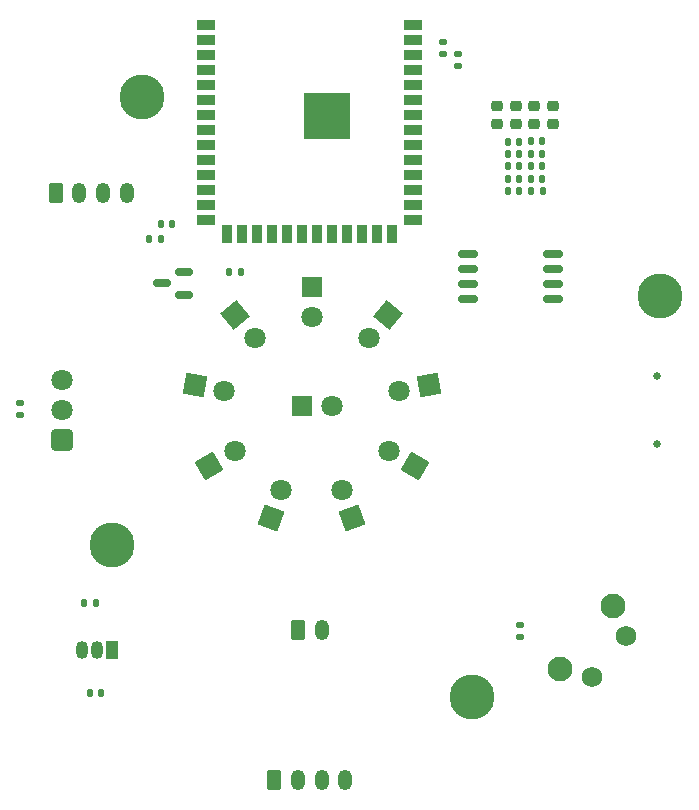
<source format=gbr>
%TF.GenerationSoftware,KiCad,Pcbnew,9.0.2*%
%TF.CreationDate,2025-06-14T23:39:35+05:30*%
%TF.ProjectId,ir hub,69722068-7562-42e6-9b69-6361645f7063,rev?*%
%TF.SameCoordinates,Original*%
%TF.FileFunction,Soldermask,Bot*%
%TF.FilePolarity,Negative*%
%FSLAX46Y46*%
G04 Gerber Fmt 4.6, Leading zero omitted, Abs format (unit mm)*
G04 Created by KiCad (PCBNEW 9.0.2) date 2025-06-14 23:39:35*
%MOMM*%
%LPD*%
G01*
G04 APERTURE LIST*
G04 Aperture macros list*
%AMRoundRect*
0 Rectangle with rounded corners*
0 $1 Rounding radius*
0 $2 $3 $4 $5 $6 $7 $8 $9 X,Y pos of 4 corners*
0 Add a 4 corners polygon primitive as box body*
4,1,4,$2,$3,$4,$5,$6,$7,$8,$9,$2,$3,0*
0 Add four circle primitives for the rounded corners*
1,1,$1+$1,$2,$3*
1,1,$1+$1,$4,$5*
1,1,$1+$1,$6,$7*
1,1,$1+$1,$8,$9*
0 Add four rect primitives between the rounded corners*
20,1,$1+$1,$2,$3,$4,$5,0*
20,1,$1+$1,$4,$5,$6,$7,0*
20,1,$1+$1,$6,$7,$8,$9,0*
20,1,$1+$1,$8,$9,$2,$3,0*%
%AMRotRect*
0 Rectangle, with rotation*
0 The origin of the aperture is its center*
0 $1 length*
0 $2 width*
0 $3 Rotation angle, in degrees counterclockwise*
0 Add horizontal line*
21,1,$1,$2,0,0,$3*%
G04 Aperture macros list end*
%ADD10RotRect,1.800000X1.800000X70.000000*%
%ADD11C,1.800000*%
%ADD12RotRect,1.800000X1.800000X150.000000*%
%ADD13R,1.800000X1.800000*%
%ADD14RoundRect,0.250000X-0.350000X-0.625000X0.350000X-0.625000X0.350000X0.625000X-0.350000X0.625000X0*%
%ADD15O,1.200000X1.750000*%
%ADD16C,3.800000*%
%ADD17RotRect,1.800000X1.800000X30.000000*%
%ADD18RotRect,1.800000X1.800000X110.000000*%
%ADD19RotRect,1.800000X1.800000X230.000000*%
%ADD20RotRect,1.800000X1.800000X310.000000*%
%ADD21C,2.100000*%
%ADD22C,1.750000*%
%ADD23RoundRect,0.250200X0.649800X-0.649800X0.649800X0.649800X-0.649800X0.649800X-0.649800X-0.649800X0*%
%ADD24C,0.650000*%
%ADD25RotRect,1.800000X1.800000X190.000000*%
%ADD26RotRect,1.800000X1.800000X350.000000*%
%ADD27R,1.050000X1.500000*%
%ADD28O,1.050000X1.500000*%
%ADD29RoundRect,0.135000X0.135000X0.185000X-0.135000X0.185000X-0.135000X-0.185000X0.135000X-0.185000X0*%
%ADD30RoundRect,0.135000X-0.135000X-0.185000X0.135000X-0.185000X0.135000X0.185000X-0.135000X0.185000X0*%
%ADD31RoundRect,0.140000X-0.140000X-0.170000X0.140000X-0.170000X0.140000X0.170000X-0.140000X0.170000X0*%
%ADD32RoundRect,0.150000X0.587500X0.150000X-0.587500X0.150000X-0.587500X-0.150000X0.587500X-0.150000X0*%
%ADD33RoundRect,0.225000X-0.250000X0.225000X-0.250000X-0.225000X0.250000X-0.225000X0.250000X0.225000X0*%
%ADD34RoundRect,0.135000X-0.185000X0.135000X-0.185000X-0.135000X0.185000X-0.135000X0.185000X0.135000X0*%
%ADD35RoundRect,0.140000X-0.170000X0.140000X-0.170000X-0.140000X0.170000X-0.140000X0.170000X0.140000X0*%
%ADD36RoundRect,0.225000X0.250000X-0.225000X0.250000X0.225000X-0.250000X0.225000X-0.250000X-0.225000X0*%
%ADD37R,1.500000X0.900000*%
%ADD38R,0.900000X1.500000*%
%ADD39C,0.600000*%
%ADD40R,3.900000X3.900000*%
%ADD41RoundRect,0.162500X0.650000X0.162500X-0.650000X0.162500X-0.650000X-0.162500X0.650000X-0.162500X0*%
%ADD42RoundRect,0.135000X0.185000X-0.135000X0.185000X0.135000X-0.185000X0.135000X-0.185000X-0.135000X0*%
G04 APERTURE END LIST*
D10*
%TO.C,D10*%
X150594500Y-94038800D03*
D11*
X151463231Y-91651981D03*
%TD*%
D12*
%TO.C,D12*%
X162754600Y-89612900D03*
D11*
X160554895Y-88342900D03*
%TD*%
D13*
%TO.C,D14*%
X153199600Y-84596000D03*
D11*
X155739600Y-84596000D03*
%TD*%
D14*
%TO.C,J2*%
X150879900Y-116271700D03*
D15*
X152879900Y-116271700D03*
X154879900Y-116271700D03*
X156879900Y-116271700D03*
%TD*%
D16*
%TO.C,*%
X183550650Y-75236419D03*
%TD*%
D17*
%TO.C,D9*%
X145319800Y-89612900D03*
D11*
X147519505Y-88342900D03*
%TD*%
D18*
%TO.C,D11*%
X157480000Y-94038800D03*
D11*
X156611269Y-91651981D03*
%TD*%
D16*
%TO.C,*%
X139700000Y-58420000D03*
%TD*%
%TO.C,*%
X137101413Y-96302615D03*
%TD*%
D19*
%TO.C,D5*%
X160507500Y-76868900D03*
D11*
X158874819Y-78814653D03*
%TD*%
D13*
%TO.C,D6*%
X154037200Y-74513900D03*
D11*
X154037200Y-77053900D03*
%TD*%
D20*
%TO.C,D7*%
X147566900Y-76868900D03*
D11*
X149199581Y-78814653D03*
%TD*%
D21*
%TO.C,SW1*%
X179530034Y-101476503D03*
X175024092Y-106846476D03*
D22*
X180634000Y-104034600D03*
X177741456Y-107481800D03*
%TD*%
D16*
%TO.C,REF\u002A\u002A*%
X167640000Y-109220000D03*
%TD*%
D23*
%TO.C,U1*%
X132904800Y-87471400D03*
D11*
X132904800Y-84931400D03*
X132904800Y-82391400D03*
%TD*%
D24*
%TO.C,J1*%
X183266299Y-87798401D03*
X183266299Y-82018400D03*
%TD*%
D25*
%TO.C,D13*%
X163950300Y-82831900D03*
D11*
X161448888Y-83272966D03*
%TD*%
D26*
%TO.C,D8*%
X144124200Y-82831900D03*
D11*
X146625612Y-83272966D03*
%TD*%
D27*
%TO.C,U2*%
X137160000Y-105193300D03*
D28*
X135890000Y-105193300D03*
X134620000Y-105193300D03*
%TD*%
D14*
%TO.C,J3*%
X132361300Y-66520500D03*
D15*
X134361301Y-66520499D03*
X136361299Y-66520501D03*
X138361300Y-66520500D03*
%TD*%
D29*
%TO.C,R8*%
X148081600Y-73270500D03*
X147061600Y-73270500D03*
%TD*%
D30*
%TO.C,R11*%
X140255900Y-70396100D03*
X141275900Y-70396100D03*
%TD*%
D31*
%TO.C,C9*%
X172618000Y-66367600D03*
X173578000Y-66367600D03*
%TD*%
%TO.C,C1*%
X135233700Y-108885800D03*
X136193700Y-108885800D03*
%TD*%
D32*
%TO.C,Q1*%
X143240400Y-73243900D03*
X143240400Y-75143900D03*
X141365400Y-74193900D03*
%TD*%
D33*
%TO.C,C20*%
X174462900Y-59182400D03*
X174462900Y-60732400D03*
%TD*%
D29*
%TO.C,R5*%
X135781300Y-101214300D03*
X134761300Y-101214300D03*
%TD*%
D34*
%TO.C,R10*%
X165179000Y-53754400D03*
X165179000Y-54774400D03*
%TD*%
D31*
%TO.C,C22*%
X141273000Y-69185200D03*
X142233000Y-69185200D03*
%TD*%
%TO.C,C21*%
X170655100Y-66366900D03*
X171615100Y-66366900D03*
%TD*%
%TO.C,C16*%
X170655100Y-63226500D03*
X171615100Y-63226500D03*
%TD*%
%TO.C,C11*%
X172609800Y-64271900D03*
X173569800Y-64271900D03*
%TD*%
D34*
%TO.C,R9*%
X171667600Y-103124800D03*
X171667600Y-104144800D03*
%TD*%
D31*
%TO.C,C13*%
X172613900Y-62176100D03*
X173573900Y-62176100D03*
%TD*%
%TO.C,C17*%
X170650700Y-64276200D03*
X171610700Y-64276200D03*
%TD*%
%TO.C,C15*%
X170650700Y-62181200D03*
X171610700Y-62181200D03*
%TD*%
D35*
%TO.C,C7*%
X166389800Y-54787600D03*
X166389800Y-55747600D03*
%TD*%
D31*
%TO.C,C12*%
X172613900Y-63224000D03*
X173573900Y-63224000D03*
%TD*%
D36*
%TO.C,C8*%
X169736600Y-60722100D03*
X169736600Y-59172100D03*
%TD*%
D37*
%TO.C,U5*%
X162595100Y-52275400D03*
X162595100Y-53545400D03*
X162595100Y-54815400D03*
X162595100Y-56085400D03*
X162595100Y-57355400D03*
X162595100Y-58625400D03*
X162595100Y-59895400D03*
X162595100Y-61165400D03*
X162595100Y-62435400D03*
X162595100Y-63705400D03*
X162595100Y-64975400D03*
X162595100Y-66245400D03*
X162595100Y-67515400D03*
X162595100Y-68785400D03*
D38*
X160830100Y-70035400D03*
X159560100Y-70035400D03*
X158290100Y-70035400D03*
X157020100Y-70035400D03*
X155750100Y-70035400D03*
X154480100Y-70035400D03*
X153210100Y-70035400D03*
X151940100Y-70035400D03*
X150670100Y-70035400D03*
X149400100Y-70035400D03*
X148130100Y-70035400D03*
X146860100Y-70035400D03*
D37*
X145095100Y-68785400D03*
X145095100Y-67515400D03*
X145095100Y-66245400D03*
X145095100Y-64975400D03*
X145095100Y-63705400D03*
X145095100Y-62435400D03*
X145095100Y-61165400D03*
X145095100Y-59895400D03*
X145095100Y-58625400D03*
X145095100Y-57355400D03*
X145095100Y-56085400D03*
X145095100Y-54815400D03*
X145095100Y-53545400D03*
X145095100Y-52275400D03*
D39*
X156745100Y-60695400D03*
X156745100Y-59295400D03*
X156045100Y-61395400D03*
X156045100Y-59995400D03*
X156045100Y-58595400D03*
X155345100Y-60695400D03*
D40*
X155345100Y-59995400D03*
D39*
X155345100Y-59295400D03*
X154645100Y-61395400D03*
X154645100Y-59995400D03*
X154645100Y-58595400D03*
X153945100Y-60695400D03*
X153945100Y-59295400D03*
%TD*%
D36*
%TO.C,C19*%
X172879600Y-60732400D03*
X172879600Y-59182400D03*
%TD*%
D31*
%TO.C,C18*%
X170655100Y-65321600D03*
X171615100Y-65321600D03*
%TD*%
%TO.C,C10*%
X172608700Y-65319500D03*
X173568700Y-65319500D03*
%TD*%
D14*
%TO.C,J4*%
X152912000Y-103552300D03*
D15*
X154912000Y-103552300D03*
%TD*%
D36*
%TO.C,C14*%
X171301000Y-60733100D03*
X171301000Y-59183100D03*
%TD*%
D41*
%TO.C,U6*%
X174470000Y-71687900D03*
X174470000Y-72957900D03*
X174470000Y-74227900D03*
X174470000Y-75497900D03*
X167295000Y-75497900D03*
X167295000Y-74227900D03*
X167295000Y-72957900D03*
X167295000Y-71687900D03*
%TD*%
D42*
%TO.C,R1*%
X129374700Y-85368400D03*
X129374700Y-84348400D03*
%TD*%
M02*

</source>
